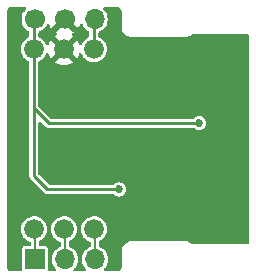
<source format=gtl>
G04 #@! TF.GenerationSoftware,KiCad,Pcbnew,(6.0.0-0)*
G04 #@! TF.CreationDate,2023-05-21T13:36:32-07:00*
G04 #@! TF.ProjectId,ItsyBitsy breadboard,49747379-4269-4747-9379-206272656164,0.0.0*
G04 #@! TF.SameCoordinates,Original*
G04 #@! TF.FileFunction,Copper,L1,Top*
G04 #@! TF.FilePolarity,Positive*
%FSLAX46Y46*%
G04 Gerber Fmt 4.6, Leading zero omitted, Abs format (unit mm)*
G04 Created by KiCad (PCBNEW (6.0.0-0)) date 2023-05-21 13:36:32*
%MOMM*%
%LPD*%
G01*
G04 APERTURE LIST*
G04 #@! TA.AperFunction,ComponentPad*
%ADD10R,1.700000X1.700000*%
G04 #@! TD*
G04 #@! TA.AperFunction,ComponentPad*
%ADD11O,1.700000X1.700000*%
G04 #@! TD*
G04 #@! TA.AperFunction,ComponentPad*
%ADD12C,1.700000*%
G04 #@! TD*
G04 #@! TA.AperFunction,ComponentPad*
%ADD13C,1.676400*%
G04 #@! TD*
G04 #@! TA.AperFunction,ViaPad*
%ADD14C,0.685800*%
G04 #@! TD*
G04 #@! TA.AperFunction,Conductor*
%ADD15C,0.254000*%
G04 #@! TD*
G04 #@! TA.AperFunction,Conductor*
%ADD16C,0.152400*%
G04 #@! TD*
G04 APERTURE END LIST*
D10*
X111775000Y-118110000D03*
D11*
X114315000Y-118110000D03*
X116855000Y-118110000D03*
D12*
X111755000Y-97790000D03*
X114295000Y-97790000D03*
D11*
X116835000Y-97790000D03*
D13*
X111696500Y-115570000D03*
X114236500Y-115570000D03*
X116776500Y-115570000D03*
X116776500Y-100330000D03*
X114236500Y-100330000D03*
X111696500Y-100330000D03*
D14*
X128270000Y-102235000D03*
X128270000Y-113665000D03*
X125700000Y-106600000D03*
X118900000Y-112200000D03*
D15*
X111696500Y-100330000D02*
X111696500Y-97848500D01*
X111696500Y-105346500D02*
X112950000Y-106600000D01*
X112835000Y-112200000D02*
X118900000Y-112200000D01*
X111696500Y-97848500D02*
X111755000Y-97790000D01*
X111696500Y-111061500D02*
X112835000Y-112200000D01*
X111696500Y-100330000D02*
X111696500Y-105346500D01*
X112950000Y-106600000D02*
X125700000Y-106600000D01*
X111696500Y-105346500D02*
X111696500Y-111061500D01*
X116776500Y-97848500D02*
X116835000Y-97790000D01*
X116776500Y-100330000D02*
X116776500Y-97848500D01*
D16*
X111775000Y-118110000D02*
X111775000Y-115648500D01*
X111775000Y-115648500D02*
X111696500Y-115570000D01*
X114315000Y-118110000D02*
X114315000Y-115648500D01*
X114315000Y-115648500D02*
X114236500Y-115570000D01*
X116855000Y-115648500D02*
X116776500Y-115570000D01*
X116855000Y-118110000D02*
X116855000Y-115648500D01*
G04 #@! TA.AperFunction,Conductor*
G36*
X110924999Y-96755258D02*
G01*
X110993097Y-96775336D01*
X111039530Y-96829044D01*
X111049555Y-96899329D01*
X111019990Y-96963877D01*
X111007936Y-96975990D01*
X110950392Y-97026455D01*
X110946817Y-97030990D01*
X110946816Y-97030991D01*
X110917722Y-97067897D01*
X110824720Y-97185869D01*
X110822031Y-97190980D01*
X110822029Y-97190983D01*
X110809073Y-97215609D01*
X110730203Y-97365515D01*
X110670007Y-97559378D01*
X110646148Y-97760964D01*
X110659424Y-97963522D01*
X110660845Y-97969118D01*
X110660846Y-97969123D01*
X110681119Y-98048945D01*
X110709392Y-98160269D01*
X110711809Y-98165512D01*
X110749010Y-98246208D01*
X110794377Y-98344616D01*
X110797710Y-98349332D01*
X110895131Y-98487180D01*
X110911533Y-98510389D01*
X111056938Y-98652035D01*
X111225720Y-98764812D01*
X111231023Y-98767090D01*
X111231026Y-98767092D01*
X111238738Y-98770405D01*
X111293431Y-98815673D01*
X111315000Y-98886173D01*
X111315000Y-99218155D01*
X111294998Y-99286276D01*
X111241342Y-99332769D01*
X111232613Y-99336366D01*
X111229484Y-99337520D01*
X111229477Y-99337524D01*
X111224065Y-99339520D01*
X111219104Y-99342472D01*
X111219103Y-99342472D01*
X111056444Y-99439244D01*
X111056441Y-99439246D01*
X111051476Y-99442200D01*
X110900488Y-99574613D01*
X110776159Y-99732323D01*
X110773470Y-99737434D01*
X110773468Y-99737437D01*
X110760650Y-99761801D01*
X110682652Y-99910050D01*
X110623099Y-100101842D01*
X110599495Y-100301274D01*
X110612630Y-100501668D01*
X110662063Y-100696313D01*
X110746140Y-100878690D01*
X110749473Y-100883406D01*
X110800777Y-100955999D01*
X110862045Y-101042692D01*
X111005896Y-101182825D01*
X111172875Y-101294397D01*
X111178178Y-101296675D01*
X111178183Y-101296678D01*
X111221253Y-101315182D01*
X111238738Y-101322693D01*
X111293430Y-101367961D01*
X111315000Y-101438461D01*
X111315000Y-105292365D01*
X111312414Y-105316664D01*
X111312346Y-105318102D01*
X111310155Y-105328280D01*
X111311379Y-105338620D01*
X111314127Y-105361842D01*
X111315000Y-105376651D01*
X111315000Y-111007365D01*
X111312414Y-111031664D01*
X111312346Y-111033102D01*
X111310155Y-111043280D01*
X111311379Y-111053620D01*
X111314127Y-111076842D01*
X111314479Y-111082820D01*
X111314572Y-111082812D01*
X111315000Y-111087990D01*
X111315000Y-111093192D01*
X111315854Y-111098322D01*
X111318186Y-111112332D01*
X111319022Y-111118204D01*
X111325082Y-111169407D01*
X111329067Y-111177706D01*
X111330578Y-111186783D01*
X111355058Y-111232151D01*
X111357739Y-111237414D01*
X111376627Y-111276750D01*
X111376630Y-111276754D01*
X111380060Y-111283898D01*
X111383670Y-111288192D01*
X111385602Y-111290124D01*
X111387389Y-111292073D01*
X111387418Y-111292126D01*
X111387288Y-111292245D01*
X111387789Y-111292813D01*
X111390888Y-111298557D01*
X111398533Y-111305624D01*
X111430708Y-111335366D01*
X111434274Y-111338796D01*
X112526958Y-112431480D01*
X112542311Y-112450489D01*
X112543278Y-112451552D01*
X112548929Y-112460304D01*
X112574527Y-112480484D01*
X112575472Y-112481229D01*
X112579950Y-112485208D01*
X112580010Y-112485137D01*
X112583967Y-112488490D01*
X112587648Y-112492171D01*
X112591880Y-112495195D01*
X112591882Y-112495197D01*
X112603457Y-112503469D01*
X112608202Y-112507032D01*
X112648670Y-112538934D01*
X112657355Y-112541984D01*
X112664842Y-112547334D01*
X112714247Y-112562109D01*
X112719842Y-112563927D01*
X112768502Y-112581016D01*
X112774091Y-112581500D01*
X112776804Y-112581500D01*
X112779469Y-112581615D01*
X112779532Y-112581634D01*
X112779525Y-112581808D01*
X112780271Y-112581855D01*
X112786524Y-112583725D01*
X112836383Y-112581766D01*
X112840678Y-112581597D01*
X112845625Y-112581500D01*
X118378692Y-112581500D01*
X118446813Y-112601502D01*
X118467790Y-112618407D01*
X118468900Y-112619517D01*
X118473929Y-112626071D01*
X118598722Y-112721828D01*
X118744047Y-112782023D01*
X118900000Y-112802555D01*
X119055953Y-112782023D01*
X119201278Y-112721828D01*
X119326071Y-112626071D01*
X119421828Y-112501277D01*
X119482023Y-112355953D01*
X119502555Y-112200000D01*
X119482023Y-112044047D01*
X119421828Y-111898723D01*
X119326071Y-111773929D01*
X119201278Y-111678172D01*
X119055953Y-111617977D01*
X118900000Y-111597445D01*
X118744047Y-111617977D01*
X118598723Y-111678172D01*
X118473929Y-111773929D01*
X118468900Y-111780483D01*
X118467790Y-111781593D01*
X118405479Y-111815620D01*
X118378692Y-111818500D01*
X113045213Y-111818500D01*
X112977092Y-111798498D01*
X112956117Y-111781595D01*
X112114904Y-110940381D01*
X112080879Y-110878069D01*
X112078000Y-110851286D01*
X112078000Y-106571712D01*
X112098002Y-106503591D01*
X112151658Y-106457098D01*
X112221932Y-106446994D01*
X112286512Y-106476488D01*
X112293095Y-106482617D01*
X112641954Y-106831476D01*
X112657318Y-106850499D01*
X112658282Y-106851558D01*
X112663929Y-106860304D01*
X112672108Y-106866752D01*
X112672110Y-106866754D01*
X112690477Y-106881234D01*
X112694950Y-106885209D01*
X112695011Y-106885137D01*
X112698968Y-106888490D01*
X112702649Y-106892171D01*
X112706881Y-106895195D01*
X112718439Y-106903455D01*
X112723185Y-106907018D01*
X112763670Y-106938934D01*
X112772355Y-106941984D01*
X112779843Y-106947335D01*
X112829250Y-106962110D01*
X112834837Y-106963926D01*
X112883502Y-106981016D01*
X112889091Y-106981500D01*
X112891802Y-106981500D01*
X112894471Y-106981615D01*
X112894532Y-106981634D01*
X112894525Y-106981808D01*
X112895272Y-106981855D01*
X112901525Y-106983725D01*
X112955689Y-106981597D01*
X112960635Y-106981500D01*
X125178692Y-106981500D01*
X125246813Y-107001502D01*
X125267790Y-107018407D01*
X125268900Y-107019517D01*
X125273929Y-107026071D01*
X125398722Y-107121828D01*
X125544047Y-107182023D01*
X125700000Y-107202555D01*
X125855953Y-107182023D01*
X126001278Y-107121828D01*
X126126071Y-107026071D01*
X126221828Y-106901277D01*
X126282023Y-106755953D01*
X126302555Y-106600000D01*
X126282023Y-106444047D01*
X126221828Y-106298723D01*
X126126071Y-106173929D01*
X126001278Y-106078172D01*
X125855953Y-106017977D01*
X125700000Y-105997445D01*
X125544047Y-106017977D01*
X125398723Y-106078172D01*
X125273929Y-106173929D01*
X125268900Y-106180483D01*
X125267790Y-106181593D01*
X125205479Y-106215620D01*
X125178692Y-106218500D01*
X113160213Y-106218500D01*
X113092092Y-106198498D01*
X113071118Y-106181595D01*
X112114905Y-105225382D01*
X112080879Y-105163070D01*
X112078000Y-105136287D01*
X112078000Y-101443490D01*
X113487564Y-101443490D01*
X113496858Y-101455504D01*
X113556321Y-101497140D01*
X113565816Y-101502623D01*
X113769332Y-101597523D01*
X113779624Y-101601269D01*
X113996527Y-101659388D01*
X114007322Y-101661291D01*
X114231025Y-101680863D01*
X114241975Y-101680863D01*
X114465678Y-101661291D01*
X114476473Y-101659388D01*
X114693376Y-101601269D01*
X114703668Y-101597523D01*
X114907184Y-101502623D01*
X114916679Y-101497140D01*
X114976977Y-101454919D01*
X114985352Y-101444442D01*
X114978285Y-101430996D01*
X114249311Y-100702021D01*
X114235368Y-100694408D01*
X114233534Y-100694539D01*
X114226920Y-100698790D01*
X113493991Y-101431720D01*
X113487564Y-101443490D01*
X112078000Y-101443490D01*
X112078000Y-101442624D01*
X112098002Y-101374503D01*
X112144173Y-101334878D01*
X112142845Y-101332507D01*
X112313024Y-101237202D01*
X112318063Y-101234380D01*
X112376193Y-101186035D01*
X112468034Y-101109652D01*
X112472466Y-101105966D01*
X112600880Y-100951563D01*
X112699007Y-100776345D01*
X112712697Y-100736016D01*
X112753534Y-100677940D01*
X112819286Y-100651161D01*
X112889079Y-100664182D01*
X112940752Y-100712868D01*
X112953716Y-100743905D01*
X112965228Y-100786868D01*
X112968977Y-100797168D01*
X113063877Y-101000684D01*
X113069360Y-101010179D01*
X113111581Y-101070477D01*
X113122058Y-101078852D01*
X113135504Y-101071785D01*
X113864479Y-100342811D01*
X113872092Y-100328868D01*
X113871961Y-100327034D01*
X113867710Y-100320420D01*
X113134780Y-99587491D01*
X113123010Y-99581064D01*
X113110996Y-99590358D01*
X113069360Y-99649821D01*
X113063877Y-99659316D01*
X112968977Y-99862832D01*
X112965230Y-99873126D01*
X112954848Y-99911875D01*
X112917897Y-99972498D01*
X112854037Y-100003520D01*
X112783542Y-99995092D01*
X112728795Y-99949890D01*
X112720135Y-99934993D01*
X112634726Y-99761801D01*
X112632171Y-99756620D01*
X112617847Y-99737437D01*
X112515466Y-99600333D01*
X112515465Y-99600332D01*
X112512013Y-99595709D01*
X112364543Y-99459389D01*
X112194701Y-99352226D01*
X112189341Y-99350088D01*
X112189336Y-99350085D01*
X112157308Y-99337307D01*
X112101450Y-99293486D01*
X112078000Y-99220278D01*
X112078000Y-99215558D01*
X113487648Y-99215558D01*
X113494715Y-99229004D01*
X114223689Y-99957979D01*
X114237632Y-99965592D01*
X114239466Y-99965461D01*
X114246080Y-99961210D01*
X114979009Y-99228280D01*
X114985436Y-99216510D01*
X114976141Y-99204495D01*
X114952795Y-99188148D01*
X114908466Y-99132691D01*
X114901157Y-99062072D01*
X114933187Y-98998712D01*
X114969633Y-98971783D01*
X114988103Y-98962735D01*
X114996944Y-98957465D01*
X115044247Y-98923723D01*
X115052648Y-98913023D01*
X115045660Y-98899870D01*
X114307812Y-98162022D01*
X114293868Y-98154408D01*
X114292035Y-98154539D01*
X114285420Y-98158790D01*
X113541737Y-98902473D01*
X113534977Y-98914853D01*
X113540259Y-98921908D01*
X113568362Y-98938331D01*
X113617086Y-98989970D01*
X113630156Y-99059753D01*
X113603424Y-99125524D01*
X113567790Y-99156238D01*
X113556321Y-99162859D01*
X113496023Y-99205081D01*
X113487648Y-99215558D01*
X112078000Y-99215558D01*
X112078000Y-98937130D01*
X112098002Y-98869009D01*
X112151658Y-98822516D01*
X112163499Y-98817817D01*
X112200693Y-98805192D01*
X112200698Y-98805190D01*
X112206165Y-98803334D01*
X112383276Y-98704147D01*
X112438542Y-98658183D01*
X112534913Y-98578031D01*
X112539345Y-98574345D01*
X112596463Y-98505669D01*
X112665453Y-98422718D01*
X112665455Y-98422715D01*
X112669147Y-98418276D01*
X112768334Y-98241165D01*
X112770720Y-98234135D01*
X112771170Y-98233496D01*
X112772541Y-98230416D01*
X112773146Y-98230685D01*
X112811553Y-98176059D01*
X112877305Y-98149278D01*
X112947098Y-98162295D01*
X112998773Y-98210980D01*
X113006777Y-98227229D01*
X113076770Y-98399603D01*
X113081413Y-98408794D01*
X113161460Y-98539420D01*
X113171916Y-98548880D01*
X113180694Y-98545096D01*
X114205905Y-97519885D01*
X114268217Y-97485859D01*
X114339032Y-97490924D01*
X114384095Y-97519885D01*
X115405474Y-98541264D01*
X115417484Y-98547823D01*
X115429223Y-98538855D01*
X115460004Y-98496019D01*
X115465315Y-98487180D01*
X115559670Y-98296267D01*
X115563469Y-98286672D01*
X115580066Y-98232047D01*
X115619007Y-98172683D01*
X115683862Y-98143796D01*
X115754038Y-98154558D01*
X115807256Y-98201551D01*
X115815048Y-98215922D01*
X115874377Y-98344616D01*
X115877710Y-98349332D01*
X115975131Y-98487180D01*
X115991533Y-98510389D01*
X116136938Y-98652035D01*
X116305720Y-98764812D01*
X116311023Y-98767090D01*
X116311026Y-98767092D01*
X116318738Y-98770405D01*
X116373431Y-98815673D01*
X116395000Y-98886173D01*
X116395000Y-99218155D01*
X116374998Y-99286276D01*
X116321342Y-99332769D01*
X116312613Y-99336366D01*
X116309484Y-99337520D01*
X116309477Y-99337524D01*
X116304065Y-99339520D01*
X116299104Y-99342472D01*
X116299103Y-99342472D01*
X116136444Y-99439244D01*
X116136441Y-99439246D01*
X116131476Y-99442200D01*
X115980488Y-99574613D01*
X115856159Y-99732323D01*
X115853470Y-99737434D01*
X115853468Y-99737437D01*
X115840650Y-99761801D01*
X115762652Y-99910050D01*
X115760939Y-99915568D01*
X115760936Y-99915575D01*
X115760382Y-99917358D01*
X115759892Y-99918096D01*
X115758727Y-99920907D01*
X115758175Y-99920678D01*
X115721074Y-99976481D01*
X115656043Y-100004966D01*
X115585934Y-99993771D01*
X115533008Y-99946450D01*
X115518345Y-99912595D01*
X115507770Y-99873126D01*
X115504023Y-99862832D01*
X115409123Y-99659316D01*
X115403640Y-99649821D01*
X115361419Y-99589523D01*
X115350942Y-99581148D01*
X115337496Y-99588215D01*
X114608521Y-100317189D01*
X114600908Y-100331132D01*
X114601039Y-100332966D01*
X114605290Y-100339580D01*
X115338220Y-101072509D01*
X115349990Y-101078936D01*
X115362004Y-101069642D01*
X115403640Y-101010179D01*
X115409123Y-101000684D01*
X115504023Y-100797168D01*
X115507771Y-100786871D01*
X115519028Y-100744860D01*
X115555980Y-100684238D01*
X115619841Y-100653217D01*
X115690335Y-100661647D01*
X115745082Y-100706850D01*
X115755159Y-100724719D01*
X115826140Y-100878690D01*
X115829473Y-100883406D01*
X115880777Y-100955999D01*
X115942045Y-101042692D01*
X116085896Y-101182825D01*
X116252875Y-101294397D01*
X116258178Y-101296675D01*
X116258181Y-101296677D01*
X116432084Y-101371391D01*
X116437391Y-101373671D01*
X116532543Y-101395202D01*
X116627627Y-101416718D01*
X116627630Y-101416718D01*
X116633263Y-101417993D01*
X116639034Y-101418220D01*
X116639036Y-101418220D01*
X116701038Y-101420656D01*
X116833932Y-101425877D01*
X116950808Y-101408931D01*
X117026957Y-101397890D01*
X117026961Y-101397889D01*
X117032679Y-101397060D01*
X117038151Y-101395202D01*
X117038153Y-101395202D01*
X117217377Y-101334363D01*
X117222845Y-101332507D01*
X117398063Y-101234380D01*
X117456193Y-101186035D01*
X117548034Y-101109652D01*
X117552466Y-101105966D01*
X117680880Y-100951563D01*
X117779007Y-100776345D01*
X117820804Y-100653217D01*
X117841702Y-100591653D01*
X117841702Y-100591651D01*
X117843560Y-100586179D01*
X117872377Y-100387432D01*
X117873881Y-100330000D01*
X117855505Y-100130018D01*
X117806985Y-99957979D01*
X117802561Y-99942293D01*
X117802560Y-99942291D01*
X117800993Y-99936734D01*
X117793076Y-99920678D01*
X117714726Y-99761801D01*
X117712171Y-99756620D01*
X117697847Y-99737437D01*
X117595466Y-99600333D01*
X117595465Y-99600332D01*
X117592013Y-99595709D01*
X117444543Y-99459389D01*
X117274701Y-99352226D01*
X117269341Y-99350088D01*
X117269336Y-99350085D01*
X117237308Y-99337307D01*
X117181450Y-99293486D01*
X117158000Y-99220278D01*
X117158000Y-98937130D01*
X117178002Y-98869009D01*
X117231658Y-98822516D01*
X117243499Y-98817817D01*
X117280693Y-98805192D01*
X117280698Y-98805190D01*
X117286165Y-98803334D01*
X117463276Y-98704147D01*
X117518542Y-98658183D01*
X117614913Y-98578031D01*
X117619345Y-98574345D01*
X117676463Y-98505669D01*
X117745453Y-98422718D01*
X117745455Y-98422715D01*
X117749147Y-98418276D01*
X117848334Y-98241165D01*
X117850190Y-98235698D01*
X117850192Y-98235693D01*
X117911728Y-98054414D01*
X117911729Y-98054409D01*
X117913584Y-98048945D01*
X117914412Y-98043236D01*
X117914413Y-98043231D01*
X117942179Y-97851727D01*
X117942712Y-97848053D01*
X117944232Y-97790000D01*
X117925658Y-97587859D01*
X117923770Y-97581165D01*
X117872125Y-97398046D01*
X117872124Y-97398044D01*
X117870557Y-97392487D01*
X117859978Y-97371033D01*
X117783331Y-97215609D01*
X117780776Y-97210428D01*
X117659320Y-97047779D01*
X117630420Y-97021064D01*
X117587431Y-96981325D01*
X117550986Y-96920397D01*
X117553267Y-96849437D01*
X117593550Y-96790975D01*
X117659045Y-96763572D01*
X117673099Y-96762801D01*
X118707506Y-96763957D01*
X118731943Y-96766378D01*
X118745000Y-96768975D01*
X118756918Y-96766604D01*
X118772594Y-96767632D01*
X118827163Y-96774816D01*
X118858934Y-96783329D01*
X118872202Y-96788824D01*
X118920174Y-96808695D01*
X118948659Y-96825141D01*
X119001247Y-96865493D01*
X119024506Y-96888752D01*
X119064858Y-96941340D01*
X119081304Y-96969825D01*
X119106670Y-97031063D01*
X119115183Y-97062836D01*
X119122367Y-97117405D01*
X119123395Y-97133081D01*
X119121024Y-97144999D01*
X119123445Y-97157169D01*
X119123579Y-97157843D01*
X119126000Y-97182424D01*
X119126000Y-98387575D01*
X119123579Y-98412153D01*
X119121024Y-98425000D01*
X119122361Y-98431722D01*
X119138863Y-98599274D01*
X119189697Y-98766851D01*
X119192613Y-98772306D01*
X119192614Y-98772309D01*
X119260797Y-98899870D01*
X119272247Y-98921292D01*
X119383341Y-99056659D01*
X119388120Y-99060581D01*
X119477164Y-99133658D01*
X119518708Y-99167753D01*
X119524166Y-99170670D01*
X119524167Y-99170671D01*
X119667691Y-99247386D01*
X119667694Y-99247387D01*
X119673149Y-99250303D01*
X119840726Y-99301137D01*
X120008278Y-99317639D01*
X120015000Y-99318976D01*
X120027847Y-99316421D01*
X120052425Y-99314000D01*
X124422575Y-99314000D01*
X124447153Y-99316421D01*
X124460000Y-99318976D01*
X124466722Y-99317639D01*
X124634274Y-99301137D01*
X124801851Y-99250303D01*
X124807306Y-99247387D01*
X124807309Y-99247386D01*
X124950833Y-99170671D01*
X124950834Y-99170670D01*
X124956292Y-99167753D01*
X125052738Y-99088601D01*
X125118085Y-99060847D01*
X125132672Y-99060000D01*
X129795001Y-99060000D01*
X129863122Y-99080002D01*
X129909615Y-99133658D01*
X129921001Y-99186000D01*
X129921001Y-116714000D01*
X129900999Y-116782121D01*
X129847343Y-116828614D01*
X129795001Y-116840000D01*
X125132672Y-116840000D01*
X125064551Y-116819998D01*
X125052738Y-116811399D01*
X125017063Y-116782121D01*
X124956292Y-116732247D01*
X124922154Y-116714000D01*
X124807309Y-116652614D01*
X124807306Y-116652613D01*
X124801851Y-116649697D01*
X124634274Y-116598863D01*
X124466722Y-116582361D01*
X124460000Y-116581024D01*
X124447153Y-116583579D01*
X124422575Y-116586000D01*
X120052425Y-116586000D01*
X120027847Y-116583579D01*
X120015000Y-116581024D01*
X120008278Y-116582361D01*
X119840726Y-116598863D01*
X119673149Y-116649697D01*
X119667694Y-116652613D01*
X119667691Y-116652614D01*
X119552846Y-116714000D01*
X119518708Y-116732247D01*
X119383341Y-116843341D01*
X119272247Y-116978708D01*
X119269330Y-116984166D01*
X119269329Y-116984167D01*
X119196978Y-117119528D01*
X119189697Y-117133149D01*
X119138863Y-117300726D01*
X119122361Y-117468278D01*
X119121024Y-117475000D01*
X119123445Y-117487170D01*
X119123579Y-117487844D01*
X119126000Y-117512425D01*
X119126000Y-118707575D01*
X119123579Y-118732153D01*
X119121024Y-118745000D01*
X119123395Y-118756918D01*
X119122367Y-118772594D01*
X119115183Y-118827163D01*
X119106670Y-118858936D01*
X119081304Y-118920174D01*
X119064858Y-118948659D01*
X119024506Y-119001247D01*
X119001247Y-119024506D01*
X118948659Y-119064858D01*
X118920174Y-119081304D01*
X118911705Y-119084812D01*
X118858934Y-119106670D01*
X118827163Y-119115183D01*
X118772594Y-119122367D01*
X118756918Y-119123395D01*
X118745000Y-119121024D01*
X118732828Y-119123445D01*
X118732827Y-119123445D01*
X118731731Y-119123663D01*
X118707437Y-119126083D01*
X117771995Y-119128175D01*
X117706848Y-119128321D01*
X117638683Y-119108471D01*
X117592070Y-119054920D01*
X117581809Y-118984668D01*
X117611157Y-118920022D01*
X117625998Y-118905446D01*
X117634909Y-118898035D01*
X117634913Y-118898031D01*
X117639345Y-118894345D01*
X117696463Y-118825669D01*
X117765453Y-118742718D01*
X117765455Y-118742715D01*
X117769147Y-118738276D01*
X117868334Y-118561165D01*
X117870190Y-118555698D01*
X117870192Y-118555693D01*
X117931728Y-118374414D01*
X117931729Y-118374409D01*
X117933584Y-118368945D01*
X117934412Y-118363236D01*
X117934413Y-118363231D01*
X117962179Y-118171727D01*
X117962712Y-118168053D01*
X117964232Y-118110000D01*
X117948992Y-117944146D01*
X117946187Y-117913613D01*
X117946186Y-117913610D01*
X117945658Y-117907859D01*
X117944090Y-117902299D01*
X117892125Y-117718046D01*
X117892124Y-117718044D01*
X117890557Y-117712487D01*
X117882667Y-117696486D01*
X117803331Y-117535609D01*
X117800776Y-117530428D01*
X117787333Y-117512425D01*
X117682777Y-117372409D01*
X117679320Y-117367779D01*
X117530258Y-117229987D01*
X117525375Y-117226906D01*
X117525371Y-117226903D01*
X117363464Y-117124748D01*
X117358581Y-117121667D01*
X117353220Y-117119528D01*
X117265009Y-117084335D01*
X117209150Y-117040514D01*
X117185700Y-116967305D01*
X117185700Y-116667158D01*
X117205702Y-116599037D01*
X117250130Y-116557226D01*
X117398063Y-116474380D01*
X117456193Y-116426035D01*
X117548034Y-116349652D01*
X117552466Y-116345966D01*
X117680880Y-116191563D01*
X117779007Y-116016345D01*
X117843560Y-115826179D01*
X117872377Y-115627432D01*
X117873881Y-115570000D01*
X117855505Y-115370018D01*
X117800993Y-115176734D01*
X117790556Y-115155568D01*
X117714726Y-115001801D01*
X117712171Y-114996620D01*
X117697847Y-114977437D01*
X117595466Y-114840333D01*
X117595465Y-114840332D01*
X117592013Y-114835709D01*
X117444543Y-114699389D01*
X117274701Y-114592226D01*
X117088173Y-114517809D01*
X116959706Y-114492256D01*
X116896875Y-114479758D01*
X116896873Y-114479758D01*
X116891208Y-114478631D01*
X116885433Y-114478555D01*
X116885429Y-114478555D01*
X116785018Y-114477241D01*
X116690400Y-114476002D01*
X116684703Y-114476981D01*
X116684702Y-114476981D01*
X116498174Y-114509032D01*
X116498173Y-114509032D01*
X116492477Y-114510011D01*
X116304065Y-114579520D01*
X116299104Y-114582472D01*
X116299103Y-114582472D01*
X116136444Y-114679244D01*
X116136441Y-114679246D01*
X116131476Y-114682200D01*
X115980488Y-114814613D01*
X115856159Y-114972323D01*
X115853470Y-114977434D01*
X115853468Y-114977437D01*
X115840650Y-115001801D01*
X115762652Y-115150050D01*
X115703099Y-115341842D01*
X115679495Y-115541274D01*
X115692630Y-115741668D01*
X115742063Y-115936313D01*
X115826140Y-116118690D01*
X115829473Y-116123406D01*
X115880777Y-116195999D01*
X115942045Y-116282692D01*
X116085896Y-116422825D01*
X116252875Y-116534397D01*
X116258178Y-116536675D01*
X116258181Y-116536677D01*
X116306004Y-116557223D01*
X116437391Y-116613671D01*
X116438482Y-116613918D01*
X116495839Y-116653135D01*
X116523478Y-116718531D01*
X116524300Y-116732898D01*
X116524300Y-116966836D01*
X116504298Y-117034957D01*
X116450642Y-117081450D01*
X116441914Y-117085047D01*
X116377463Y-117108824D01*
X116203010Y-117212612D01*
X116198670Y-117216418D01*
X116198666Y-117216421D01*
X116095506Y-117306891D01*
X116050392Y-117346455D01*
X115924720Y-117505869D01*
X115922031Y-117510980D01*
X115922029Y-117510983D01*
X115909073Y-117535609D01*
X115830203Y-117685515D01*
X115770007Y-117879378D01*
X115746148Y-118080964D01*
X115759424Y-118283522D01*
X115760845Y-118289118D01*
X115760846Y-118289123D01*
X115781119Y-118368945D01*
X115809392Y-118480269D01*
X115811809Y-118485512D01*
X115849010Y-118566208D01*
X115894377Y-118664616D01*
X115897710Y-118669332D01*
X115988415Y-118797677D01*
X116011533Y-118830389D01*
X116015675Y-118834424D01*
X116099270Y-118915858D01*
X116134108Y-118977719D01*
X116129971Y-119048595D01*
X116088172Y-119105983D01*
X116021982Y-119131663D01*
X116011642Y-119132112D01*
X115160000Y-119134016D01*
X115091835Y-119114166D01*
X115045223Y-119060614D01*
X115034962Y-118990363D01*
X115064310Y-118925717D01*
X115079149Y-118911142D01*
X115094912Y-118898032D01*
X115094913Y-118898031D01*
X115099345Y-118894345D01*
X115156463Y-118825669D01*
X115225453Y-118742718D01*
X115225455Y-118742715D01*
X115229147Y-118738276D01*
X115328334Y-118561165D01*
X115330190Y-118555698D01*
X115330192Y-118555693D01*
X115391728Y-118374414D01*
X115391729Y-118374409D01*
X115393584Y-118368945D01*
X115394412Y-118363236D01*
X115394413Y-118363231D01*
X115422179Y-118171727D01*
X115422712Y-118168053D01*
X115424232Y-118110000D01*
X115408992Y-117944146D01*
X115406187Y-117913613D01*
X115406186Y-117913610D01*
X115405658Y-117907859D01*
X115404090Y-117902299D01*
X115352125Y-117718046D01*
X115352124Y-117718044D01*
X115350557Y-117712487D01*
X115342667Y-117696486D01*
X115263331Y-117535609D01*
X115260776Y-117530428D01*
X115247333Y-117512425D01*
X115142777Y-117372409D01*
X115139320Y-117367779D01*
X114990258Y-117229987D01*
X114985375Y-117226906D01*
X114985371Y-117226903D01*
X114823464Y-117124748D01*
X114818581Y-117121667D01*
X114813220Y-117119528D01*
X114725009Y-117084335D01*
X114669150Y-117040514D01*
X114645700Y-116967305D01*
X114645700Y-116667158D01*
X114665702Y-116599037D01*
X114710130Y-116557226D01*
X114858063Y-116474380D01*
X114916193Y-116426035D01*
X115008034Y-116349652D01*
X115012466Y-116345966D01*
X115140880Y-116191563D01*
X115239007Y-116016345D01*
X115303560Y-115826179D01*
X115332377Y-115627432D01*
X115333881Y-115570000D01*
X115315505Y-115370018D01*
X115260993Y-115176734D01*
X115250556Y-115155568D01*
X115174726Y-115001801D01*
X115172171Y-114996620D01*
X115157847Y-114977437D01*
X115055466Y-114840333D01*
X115055465Y-114840332D01*
X115052013Y-114835709D01*
X114904543Y-114699389D01*
X114734701Y-114592226D01*
X114548173Y-114517809D01*
X114419706Y-114492256D01*
X114356875Y-114479758D01*
X114356873Y-114479758D01*
X114351208Y-114478631D01*
X114345433Y-114478555D01*
X114345429Y-114478555D01*
X114245018Y-114477241D01*
X114150400Y-114476002D01*
X114144703Y-114476981D01*
X114144702Y-114476981D01*
X113958174Y-114509032D01*
X113958173Y-114509032D01*
X113952477Y-114510011D01*
X113764065Y-114579520D01*
X113759104Y-114582472D01*
X113759103Y-114582472D01*
X113596444Y-114679244D01*
X113596441Y-114679246D01*
X113591476Y-114682200D01*
X113440488Y-114814613D01*
X113316159Y-114972323D01*
X113313470Y-114977434D01*
X113313468Y-114977437D01*
X113300650Y-115001801D01*
X113222652Y-115150050D01*
X113163099Y-115341842D01*
X113139495Y-115541274D01*
X113152630Y-115741668D01*
X113202063Y-115936313D01*
X113286140Y-116118690D01*
X113289473Y-116123406D01*
X113340777Y-116195999D01*
X113402045Y-116282692D01*
X113545896Y-116422825D01*
X113712875Y-116534397D01*
X113718178Y-116536675D01*
X113718181Y-116536677D01*
X113766004Y-116557223D01*
X113897391Y-116613671D01*
X113898482Y-116613918D01*
X113955839Y-116653135D01*
X113983478Y-116718531D01*
X113984300Y-116732898D01*
X113984300Y-116966836D01*
X113964298Y-117034957D01*
X113910642Y-117081450D01*
X113901914Y-117085047D01*
X113837463Y-117108824D01*
X113663010Y-117212612D01*
X113658670Y-117216418D01*
X113658666Y-117216421D01*
X113555506Y-117306891D01*
X113510392Y-117346455D01*
X113384720Y-117505869D01*
X113382031Y-117510980D01*
X113382029Y-117510983D01*
X113369073Y-117535609D01*
X113290203Y-117685515D01*
X113230007Y-117879378D01*
X113206148Y-118080964D01*
X113219424Y-118283522D01*
X113220845Y-118289118D01*
X113220846Y-118289123D01*
X113241119Y-118368945D01*
X113269392Y-118480269D01*
X113271809Y-118485512D01*
X113309010Y-118566208D01*
X113354377Y-118664616D01*
X113357710Y-118669332D01*
X113448415Y-118797677D01*
X113471533Y-118830389D01*
X113565088Y-118921525D01*
X113599924Y-118983384D01*
X113595787Y-119054260D01*
X113553989Y-119111648D01*
X113487799Y-119137327D01*
X113477447Y-119137777D01*
X113198138Y-119138402D01*
X113002726Y-119138839D01*
X112934561Y-119118989D01*
X112887948Y-119065438D01*
X112879958Y-118997522D01*
X112877686Y-118997298D01*
X112878293Y-118991135D01*
X112879500Y-118985067D01*
X112879499Y-117234934D01*
X112864734Y-117160699D01*
X112846326Y-117133149D01*
X112815377Y-117086832D01*
X112808484Y-117076516D01*
X112724301Y-117020266D01*
X112650067Y-117005500D01*
X112231700Y-117005500D01*
X112163579Y-116985498D01*
X112117086Y-116931842D01*
X112105700Y-116879500D01*
X112105700Y-116667158D01*
X112125702Y-116599037D01*
X112170130Y-116557226D01*
X112318063Y-116474380D01*
X112376193Y-116426035D01*
X112468034Y-116349652D01*
X112472466Y-116345966D01*
X112600880Y-116191563D01*
X112699007Y-116016345D01*
X112763560Y-115826179D01*
X112792377Y-115627432D01*
X112793881Y-115570000D01*
X112775505Y-115370018D01*
X112720993Y-115176734D01*
X112710556Y-115155568D01*
X112634726Y-115001801D01*
X112632171Y-114996620D01*
X112617847Y-114977437D01*
X112515466Y-114840333D01*
X112515465Y-114840332D01*
X112512013Y-114835709D01*
X112364543Y-114699389D01*
X112194701Y-114592226D01*
X112008173Y-114517809D01*
X111879706Y-114492256D01*
X111816875Y-114479758D01*
X111816873Y-114479758D01*
X111811208Y-114478631D01*
X111805433Y-114478555D01*
X111805429Y-114478555D01*
X111705018Y-114477241D01*
X111610400Y-114476002D01*
X111604703Y-114476981D01*
X111604702Y-114476981D01*
X111418174Y-114509032D01*
X111418173Y-114509032D01*
X111412477Y-114510011D01*
X111224065Y-114579520D01*
X111219104Y-114582472D01*
X111219103Y-114582472D01*
X111056444Y-114679244D01*
X111056441Y-114679246D01*
X111051476Y-114682200D01*
X110900488Y-114814613D01*
X110776159Y-114972323D01*
X110773470Y-114977434D01*
X110773468Y-114977437D01*
X110760650Y-115001801D01*
X110682652Y-115150050D01*
X110623099Y-115341842D01*
X110599495Y-115541274D01*
X110612630Y-115741668D01*
X110662063Y-115936313D01*
X110746140Y-116118690D01*
X110749473Y-116123406D01*
X110800777Y-116195999D01*
X110862045Y-116282692D01*
X111005896Y-116422825D01*
X111172875Y-116534397D01*
X111178178Y-116536675D01*
X111178181Y-116536677D01*
X111226004Y-116557223D01*
X111357391Y-116613671D01*
X111358482Y-116613918D01*
X111415839Y-116653135D01*
X111443478Y-116718531D01*
X111444300Y-116732898D01*
X111444300Y-116879501D01*
X111424298Y-116947622D01*
X111370642Y-116994115D01*
X111318300Y-117005501D01*
X110899934Y-117005501D01*
X110864182Y-117012612D01*
X110837874Y-117017844D01*
X110837872Y-117017845D01*
X110825699Y-117020266D01*
X110815379Y-117027161D01*
X110815378Y-117027162D01*
X110774236Y-117054653D01*
X110741516Y-117076516D01*
X110685266Y-117160699D01*
X110670500Y-117234933D01*
X110670501Y-118985066D01*
X110671709Y-118991139D01*
X110671709Y-118991140D01*
X110672228Y-118993751D01*
X110672103Y-118995144D01*
X110672315Y-118997294D01*
X110671907Y-118997334D01*
X110665896Y-119064465D01*
X110622338Y-119120529D01*
X110548930Y-119144325D01*
X109837284Y-119145916D01*
X109812424Y-119143495D01*
X109812173Y-119143445D01*
X109812172Y-119143445D01*
X109800000Y-119141024D01*
X109788082Y-119143395D01*
X109772406Y-119142367D01*
X109717837Y-119135183D01*
X109686066Y-119126670D01*
X109636122Y-119105983D01*
X109624826Y-119101304D01*
X109596341Y-119084858D01*
X109543753Y-119044506D01*
X109520494Y-119021247D01*
X109480142Y-118968659D01*
X109463696Y-118940174D01*
X109438330Y-118878936D01*
X109429817Y-118847163D01*
X109422633Y-118792594D01*
X109421605Y-118776918D01*
X109423976Y-118765000D01*
X109421421Y-118752153D01*
X109419000Y-118727575D01*
X109419000Y-97172425D01*
X109421421Y-97147844D01*
X109421555Y-97147170D01*
X109423976Y-97135000D01*
X109421605Y-97123082D01*
X109422633Y-97107406D01*
X109429817Y-97052837D01*
X109438330Y-97021064D01*
X109463696Y-96959826D01*
X109480142Y-96931341D01*
X109520494Y-96878753D01*
X109543753Y-96855494D01*
X109596341Y-96815142D01*
X109624826Y-96798696D01*
X109667528Y-96781008D01*
X109686066Y-96773330D01*
X109717837Y-96764817D01*
X109772406Y-96757633D01*
X109788082Y-96756605D01*
X109800000Y-96758976D01*
X109812171Y-96756555D01*
X109812172Y-96756555D01*
X109812635Y-96756463D01*
X109837357Y-96754042D01*
X110924999Y-96755258D01*
G37*
G04 #@! TD.AperFunction*
M02*

</source>
